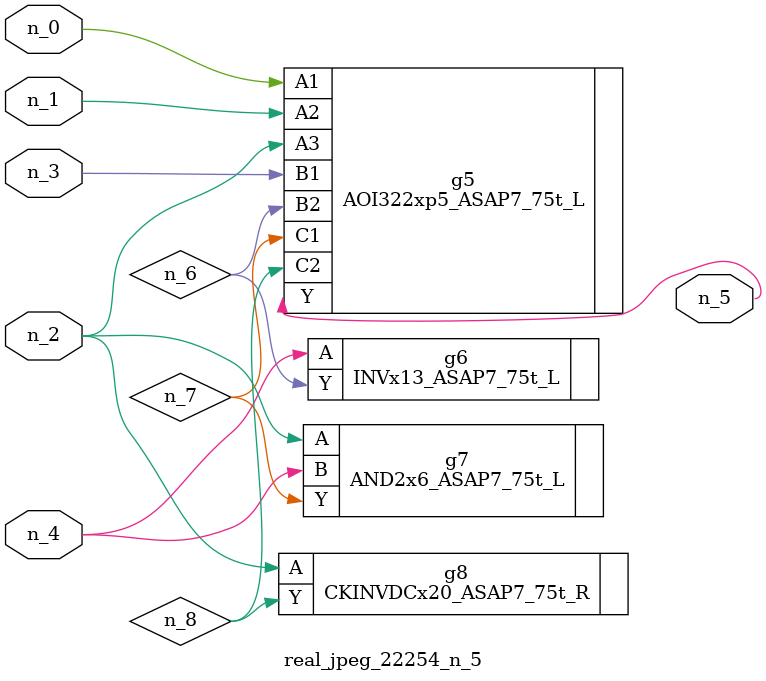
<source format=v>
module real_jpeg_22254_n_5 (n_4, n_0, n_1, n_2, n_3, n_5);

input n_4;
input n_0;
input n_1;
input n_2;
input n_3;

output n_5;

wire n_8;
wire n_6;
wire n_7;

AOI322xp5_ASAP7_75t_L g5 ( 
.A1(n_0),
.A2(n_1),
.A3(n_2),
.B1(n_3),
.B2(n_6),
.C1(n_7),
.C2(n_8),
.Y(n_5)
);

AND2x6_ASAP7_75t_L g7 ( 
.A(n_2),
.B(n_4),
.Y(n_7)
);

CKINVDCx20_ASAP7_75t_R g8 ( 
.A(n_2),
.Y(n_8)
);

INVx13_ASAP7_75t_L g6 ( 
.A(n_4),
.Y(n_6)
);


endmodule
</source>
